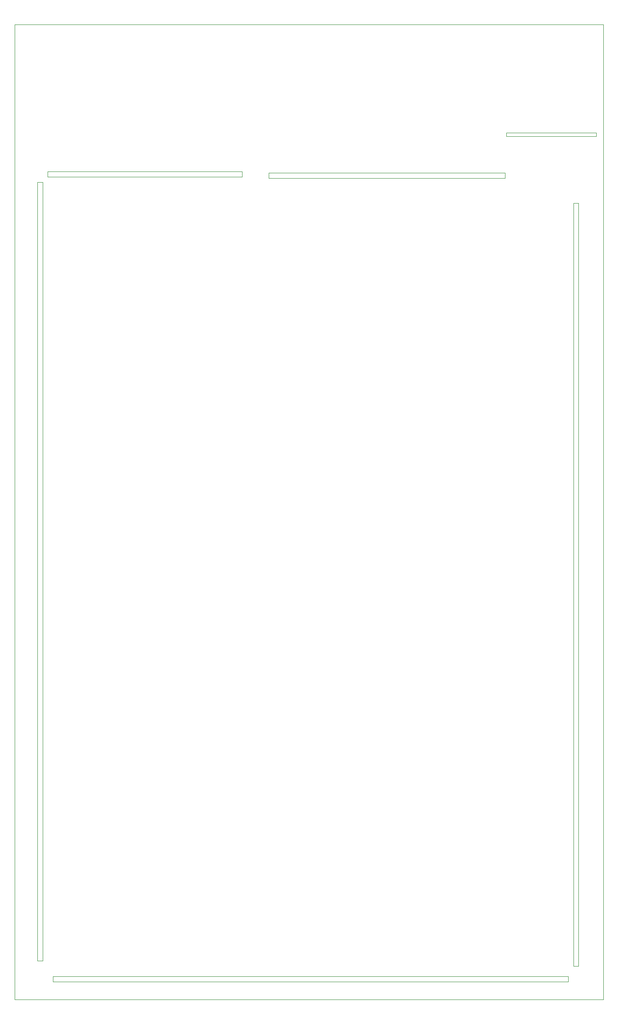
<source format=gbr>
%TF.GenerationSoftware,KiCad,Pcbnew,8.0.8*%
%TF.CreationDate,2025-01-24T13:29:28+05:30*%
%TF.ProjectId,heatPlate,68656174-506c-4617-9465-2e6b69636164,rev?*%
%TF.SameCoordinates,Original*%
%TF.FileFunction,Profile,NP*%
%FSLAX46Y46*%
G04 Gerber Fmt 4.6, Leading zero omitted, Abs format (unit mm)*
G04 Created by KiCad (PCBNEW 8.0.8) date 2025-01-24 13:29:28*
%MOMM*%
%LPD*%
G01*
G04 APERTURE LIST*
%TA.AperFunction,Profile*%
%ADD10C,0.050000*%
%TD*%
G04 APERTURE END LIST*
D10*
X155250000Y-66600000D02*
X172350000Y-66600000D01*
X172350000Y-67300000D01*
X155250000Y-67300000D01*
X155250000Y-66600000D01*
X69000000Y-227000000D02*
X167000000Y-227000000D01*
X167000000Y-228000000D01*
X69000000Y-228000000D01*
X69000000Y-227000000D01*
X68000000Y-74000000D02*
X105000000Y-74000000D01*
X105000000Y-75000000D01*
X68000000Y-75000000D01*
X68000000Y-74000000D01*
X66000000Y-76000000D02*
X67000000Y-76000000D01*
X67000000Y-224000000D01*
X66000000Y-224000000D01*
X66000000Y-76000000D01*
X168000000Y-80000000D02*
X169000000Y-80000000D01*
X169000000Y-225000000D01*
X168000000Y-225000000D01*
X168000000Y-80000000D01*
X110000000Y-74200000D02*
X155000000Y-74200000D01*
X155000000Y-75200000D01*
X110000000Y-75200000D01*
X110000000Y-74200000D01*
X61730000Y-46000000D02*
X173730000Y-46000000D01*
X173730000Y-231360000D01*
X61730000Y-231360000D01*
X61730000Y-46000000D01*
M02*

</source>
